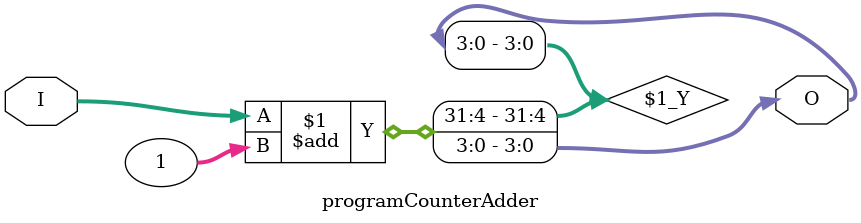
<source format=v>
module programCounterAdder(
    input [3:0] I,
    output [3:0] O
);
    assign O = I + 1;
endmodule
</source>
